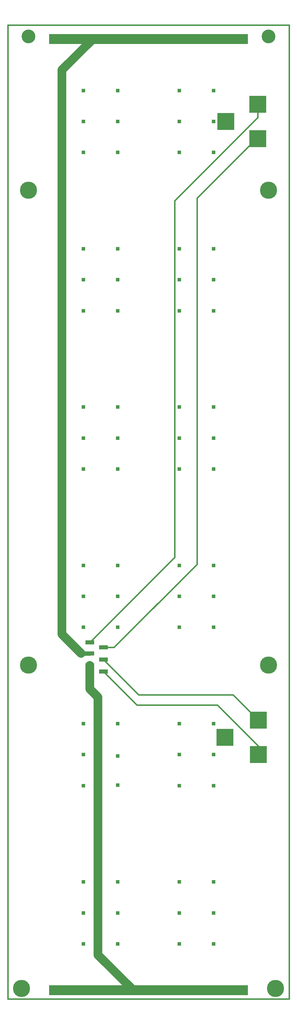
<source format=gtl>
G75*
G70*
%OFA0B0*%
%FSLAX24Y24*%
%IPPOS*%
%LPD*%
%AMOC8*
5,1,8,0,0,1.08239X$1,22.5*
%
%ADD10C,0.0160*%
%ADD11R,2.2835X0.1181*%
%ADD12R,0.1969X0.1969*%
%ADD13R,0.1000X0.0500*%
%ADD14C,0.1000*%
%ADD15C,0.0396*%
%ADD16C,0.0500*%
%ADD17C,0.1969*%
%ADD18C,0.1575*%
%ADD19R,0.0396X0.0396*%
D10*
X000298Y000416D02*
X032582Y000416D01*
X032582Y111834D01*
X000298Y111834D01*
X000298Y000416D01*
X015121Y034038D02*
X011282Y037877D01*
X011282Y039255D02*
X015318Y035219D01*
X026125Y035219D01*
X029038Y032306D01*
X029038Y029353D02*
X029038Y028369D01*
X029038Y029353D02*
X024353Y034038D01*
X015121Y034038D01*
X012483Y040633D02*
X021991Y050141D01*
X021991Y092030D01*
X028802Y098841D01*
X028960Y098841D01*
X028960Y101282D02*
X019432Y091755D01*
X019432Y050948D01*
X009708Y041223D01*
X011282Y040633D02*
X012483Y040633D01*
X014708Y001400D02*
X027463Y001400D01*
X028960Y101282D02*
X028960Y102778D01*
X027463Y110259D02*
X010062Y110259D01*
D11*
X016440Y110259D03*
X016440Y001400D03*
D12*
X025219Y030337D03*
X029038Y028369D03*
X029038Y032306D03*
X028960Y098841D03*
X028960Y102778D03*
X025298Y100810D03*
D13*
X009708Y041223D03*
X009708Y039944D03*
X009708Y038566D03*
X011282Y039255D03*
X011282Y037877D03*
X011282Y040633D03*
D14*
X009708Y038566D02*
X009708Y035889D01*
X010652Y034944D01*
X010652Y005456D01*
X014708Y001400D01*
X008723Y039944D02*
X006519Y042149D01*
X006519Y106715D01*
X010062Y110259D01*
D15*
X012424Y110259D03*
X005416Y110259D03*
X024747Y101361D03*
X024747Y100259D03*
X025849Y100259D03*
X025849Y101361D03*
X027463Y110259D03*
X025771Y030889D03*
X025771Y029786D03*
X024668Y029786D03*
X024668Y030889D03*
X027463Y001400D03*
X012424Y001400D03*
X005416Y001400D03*
D16*
X008723Y039944D02*
X009708Y039944D01*
D17*
X002660Y038605D03*
X001873Y001597D03*
X002660Y092936D03*
X030219Y092936D03*
X030219Y038605D03*
X031007Y001597D03*
D18*
X030219Y110554D03*
X002660Y110554D03*
D19*
X008960Y104353D03*
X008960Y100810D03*
X008960Y097267D03*
X008960Y086243D03*
X008960Y082700D03*
X008960Y079156D03*
X008960Y068133D03*
X008960Y064589D03*
X008960Y061046D03*
X008960Y050023D03*
X008960Y046479D03*
X008960Y042936D03*
X008960Y031912D03*
X008960Y028369D03*
X008960Y024826D03*
X008960Y013802D03*
X008960Y010259D03*
X008960Y006715D03*
X012897Y006715D03*
X012897Y010259D03*
X012897Y013802D03*
X012897Y024865D03*
X012897Y028211D03*
X012897Y031912D03*
X012897Y042936D03*
X012897Y046479D03*
X012897Y050023D03*
X012897Y061046D03*
X012897Y064589D03*
X012897Y068133D03*
X012897Y079156D03*
X012897Y082700D03*
X012897Y086243D03*
X012897Y097267D03*
X012897Y100810D03*
X012897Y104353D03*
X019983Y104353D03*
X019983Y100810D03*
X019983Y097267D03*
X019983Y086243D03*
X019983Y082700D03*
X019983Y079156D03*
X019983Y068133D03*
X019983Y064589D03*
X019983Y061046D03*
X019983Y050023D03*
X019983Y046479D03*
X019983Y042936D03*
X019983Y031912D03*
X019983Y028369D03*
X019983Y024826D03*
X019983Y013802D03*
X019983Y010259D03*
X019983Y006715D03*
X023920Y006715D03*
X023920Y010259D03*
X023920Y013802D03*
X023920Y024826D03*
X023920Y028369D03*
X023920Y031912D03*
X023920Y042936D03*
X023920Y046479D03*
X023920Y050023D03*
X023920Y061046D03*
X023920Y064589D03*
X023920Y068133D03*
X023920Y079156D03*
X023920Y082700D03*
X023920Y086243D03*
X023920Y097267D03*
X023920Y100810D03*
X023920Y104353D03*
M02*

</source>
